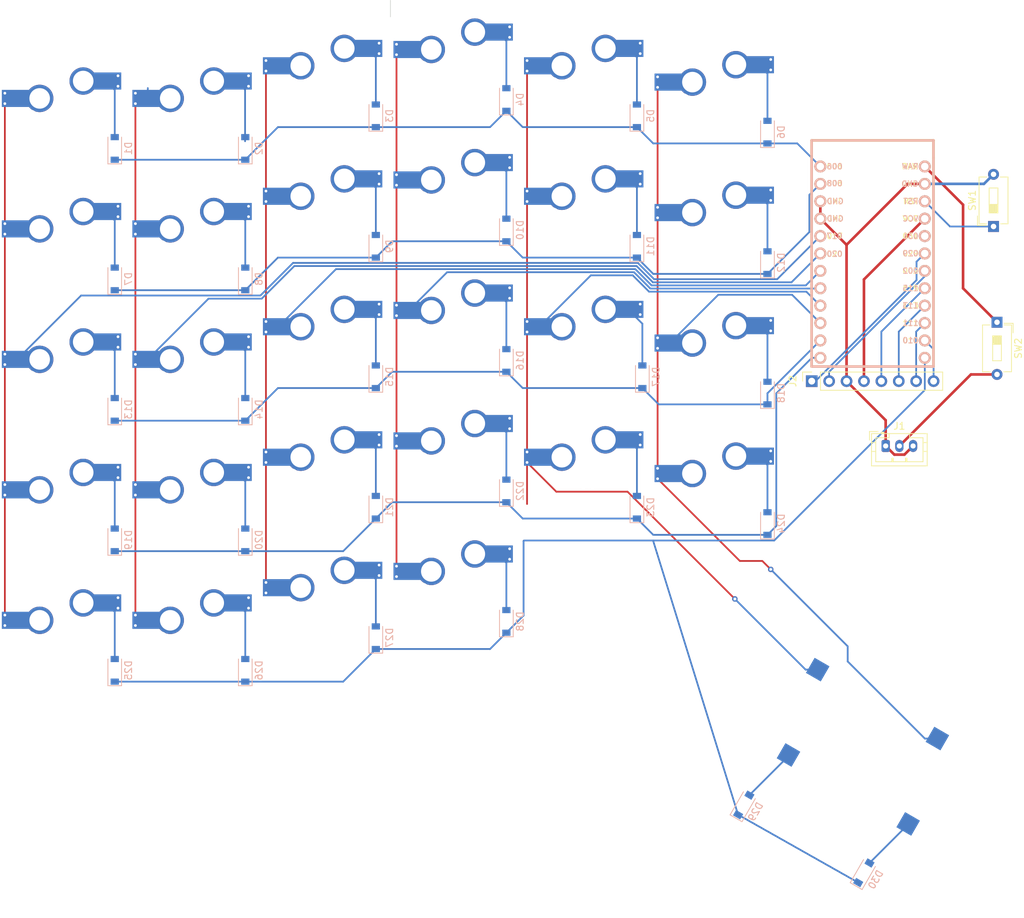
<source format=kicad_pcb>
(kicad_pcb (version 20211014) (generator pcbnew)
  (layers (0 "F.Cu" signal) (31 "B.Cu" signal) (34 "B.Paste" user) (35 "F.Paste" user) (36 "B.SilkS" user "B.Silkscreen") (37 "F.SilkS" user "F.Silkscreen") (38 "B.Mask" user) (39 "F.Mask" user) (44 "Edge.Cuts" user))
  (net 0 "")
  (net 1 "GND")
  (net 2 "+3V3")
  (net 3 "+BATT")
  (net 4 "ROW0")
  (net 5 "Net-(D1-Pad2)")
  (net 6 "Net-(D2-Pad2)")
  (net 7 "Net-(D3-Pad2)")
  (net 8 "Net-(D4-Pad2)")
  (net 9 "Net-(D5-Pad2)")
  (net 10 "Net-(D6-Pad2)")
  (net 11 "ROW1")
  (net 12 "CS")
  (net 13 "DC")
  (net 14 "CLK")
  (net 15 "DIN")
  (net 16 "RST")
  (net 17 "BUSY")
  (net 18 "Net-(J1-Pad2)")
  (net 20 "Net-(D7-Pad2)")
  (net 21 "Net-(D8-Pad2)")
  (net 22 "Net-(D9-Pad2)")
  (net 23 "RESET")
  (net 24 "Net-(D10-Pad2)")
  (net 25 "Net-(D11-Pad2)")
  (net 26 "Net-(D12-Pad2)")
  (net 27 "ROW2")
  (net 28 "Net-(D13-Pad2)")
  (net 29 "Net-(D14-Pad2)")
  (net 30 "Net-(D15-Pad2)")
  (net 31 "Net-(D16-Pad2)")
  (net 32 "Net-(D17-Pad2)")
  (net 33 "Net-(D18-Pad2)")
  (net 34 "ROW3")
  (net 35 "Net-(D19-Pad2)")
  (net 36 "Net-(D20-Pad2)")
  (net 37 "Net-(D21-Pad2)")
  (net 38 "Net-(D22-Pad2)")
  (net 39 "Net-(D23-Pad2)")
  (net 40 "Net-(D24-Pad2)")
  (net 41 "ROW4")
  (net 42 "Net-(D25-Pad2)")
  (net 43 "Net-(D26-Pad2)")
  (net 44 "Net-(D27-Pad2)")
  (net 45 "Net-(D28-Pad2)")
  (net 46 "Net-(D29-Pad2)")
  (net 47 "Net-(D30-Pad2)")
  (net 48 "COL0")
  (net 49 "COL1")
  (net 50 "COL2")
  (net 51 "COL3")
  (net 52 "COL4")
  (net 53 "COL5")
  (footprint "MX_Only:MXOnly-1U-Hotswap-Antishear" (layer "F.Cu") (at 82.55 100.0125)
    (fp_text reference "MX28")
    (fp_text value "MX-NoLED")
  )
  (footprint "MX_Only:MXOnly-1U-Hotswap-Antishear" (layer "F.Cu") (at 101.6 83.34375)
    (fp_text reference "MX23")
    (fp_text value "V")
  )
  (footprint "nice-nano-kicad:nice_nano" (layer "F.Cu") (at 143.129 52.324 -90)
    (fp_text reference "U1" hide)
    (fp_text value "nice_nano" hide)
  )
  (footprint "MX_Only:MXOnly-1U-Hotswap-Antishear" (layer "F.Cu") (at 44.45 107.15625)
    (fp_text reference "MX26")
    (fp_text value "OPTION")
  )
  (footprint "MX_Only:MXOnly-1U-Hotswap-Antishear" (layer "F.Cu") (at 25.4 30.95625)
    (fp_text reference "MX1")
    (fp_text value "GRV")
  )
  (footprint "MX_Only:MXOnly-2U-Hotswap" (layer "F.Cu") (at 146.84375 126.746 -120)
    (fp_text reference "MX30")
    (fp_text value "LAYER1")
  )
  (footprint "MX_Only:MXOnly-1U-Hotswap-Antishear" (layer "F.Cu") (at 82.55 61.9125)
    (fp_text reference "MX16")
    (fp_text value "D")
  )
  (footprint "MX_Only:MXOnly-1U-Hotswap-Antishear" (layer "F.Cu") (at 82.55 80.9625)
    (fp_text reference "MX22")
    (fp_text value "C")
  )
  (footprint "MX_Only:MXOnly-1U-Hotswap-Antishear" (layer "F.Cu") (at 25.4 107.15625)
    (fp_text reference "MX25")
    (fp_text value "CTRL")
  )
  (footprint "MX_Only:MXOnly-1U-Hotswap-Antishear" (layer "F.Cu") (at 63.5 26.19375)
    (fp_text reference "MX3")
    (fp_text value "#2")
  )
  (footprint "MX_Only:MXOnly-1U-Hotswap-Antishear" (layer "F.Cu") (at 44.45 30.95625)
    (fp_text reference "MX2")
    (fp_text value "#1")
  )
  (footprint "MX_Only:MXOnly-1U-Hotswap-Antishear" (layer "F.Cu") (at 101.6 45.24375)
    (fp_text reference "MX11")
    (fp_text value "R")
  )
  (footprint "MX_Only:MXOnly-1U-Hotswap-Antishear" (layer "F.Cu") (at 101.6 26.19375)
    (fp_text reference "MX5")
    (fp_text value "#4")
  )
  (footprint "MX_Only:MXOnly-1U-Hotswap-Antishear" (layer "F.Cu") (at 63.5 83.34375)
    (fp_text reference "MX21")
    (fp_text value "X")
  )
  (footprint "MX_Only:MXOnly-1U-Hotswap-Antishear" (layer "F.Cu") (at 25.4 50.00625)
    (fp_text reference "MX7")
    (fp_text value "TAB")
  )
  (footprint "MX_Only:MXOnly-1U-Hotswap-Antishear" (layer "F.Cu") (at 44.45 88.10625)
    (fp_text reference "MX20")
    (fp_text value "Z")
  )
  (footprint "MX_Only:MXOnly-1U-Hotswap-Antishear" (layer "F.Cu") (at 82.55 23.8125)
    (fp_text reference "MX4")
    (fp_text value "#3")
  )
  (footprint "Connector_JST:JST_PH_B3B-PH-K_1x03_P2.00mm_Vertical" (layer "F.Cu") (at 145.0425 79.16125)
    (fp_text reference "J1")
    (fp_text value "Battery Connector")
  )
  (footprint "MX_Only:MXOnly-1U-Hotswap-Antishear" (layer "F.Cu") (at 25.4 88.10625)
    (fp_text reference "MX19")
    (fp_text value "SHIFT")
  )
  (footprint "MX_Only:MXOnly-1U-Hotswap-Antishear" (layer "F.Cu") (at 63.5 64.29375)
    (fp_text reference "MX15")
    (fp_text value "S")
  )
  (footprint "MX_Only:MXOnly-1U-Hotswap-Antishear" (layer "F.Cu") (at 44.45 50.00625)
    (fp_text reference "MX8")
    (fp_text value "Q")
  )
  (footprint "MX_Only:MXOnly-1U-Hotswap-Antishear" (layer "F.Cu") (at 101.6 64.29375)
    (fp_text reference "MX17")
    (fp_text value "F")
  )
  (footprint "MX_Only:MXOnly-2U-Hotswap" (layer "F.Cu") (at 129.38125 116.68125 -120)
    (fp_text reference "MX29")
    (fp_text value "SPACE")
  )
  (footprint "MX_Only:MXOnly-1U-Hotswap-Antishear" (layer "F.Cu") (at 82.55 42.8625)
    (fp_text reference "MX10")
    (fp_text value "E")
  )
  (footprint "MX_Only:MXOnly-1U-Hotswap-Antishear" (layer "F.Cu") (at 120.65 85.725)
    (fp_text reference "MX24")
    (fp_text value "B")
  )
  (footprint "Button_Switch_THT:SW_DIP_SPSTx01_Slide_6.7x4.1mm_W7.62mm_P2.54mm_LowProfile" (layer "F.Cu") (at 161.29 61.097 -90)
    (fp_text reference "SW2")
    (fp_text value "SW_SPST")
  )
  (footprint "MX_Only:MXOnly-1U-Hotswap-Antishear" (layer "F.Cu") (at 44.45 69.05625)
    (fp_text reference "MX14")
    (fp_text value "A")
  )
  (footprint "Connector_PinSocket_2.54mm:PinSocket_1x08_P2.54mm_Vertical" (layer "F.Cu") (at 134.254 69.698 90)
    (fp_text reference "J2")
    (fp_text value "E Ink Display")
  )
  (footprint "MX_Only:MXOnly-1U-Hotswap-Antishear" (layer "F.Cu") (at 63.5 45.24375)
    (fp_text reference "MX9")
    (fp_text value "W")
  )
  (footprint "Button_Switch_THT:SW_DIP_SPSTx01_Slide_6.7x4.1mm_W7.62mm_P2.54mm_LowProfile" (layer "F.Cu") (at 160.782 47.117 90)
    (fp_text reference "SW1")
    (fp_text value "SW_Push")
  )
  (footprint "MX_Only:MXOnly-1U-Hotswap-Antishear" (layer "F.Cu") (at 63.5 102.39375)
    (fp_text reference "MX27")
    (fp_text value "CMD")
  )
  (footprint "MX_Only:MXOnly-1U-Hotswap-Antishear" (layer "F.Cu") (at 120.65 47.625)
    (fp_text reference "MX12")
    (fp_text value "T")
  )
  (footprint "MX_Only:MXOnly-1U-Hotswap-Antishear" (layer "F.Cu") (at 120.65 66.675)
    (fp_text reference "MX18")
    (fp_text value "G")
  )
  (footprint "MX_Only:MXOnly-1U-Hotswap-Antishear" (layer "F.Cu") (at 120.65 28.575)
    (fp_text reference "MX6")
    (fp_text value "#5")
  )
  (footprint "MX_Only:MXOnly-1U-Hotswap-Antishear" (layer "F.Cu") (at 25.4 69.05625)
    (fp_text reference "MX13")
    (fp_text value "ESC")
  )
  (footprint "Diode_SMD:D_SOD-123" (layer "B.Cu") (at 109.5375 69.05625 90)
    (fp_text reference "D17")
    (fp_text value "D_Small")
  )
  (footprint "Diode_SMD:D_SOD-123" (layer "B.Cu") (at 51.59375 73.81875 90)
    (fp_text reference "D14")
    (fp_text value "D_Small")
  )
  (footprint "Diode_SMD:D_SOD-123" (layer "B.Cu") (at 70.64375 50.00625 90)
    (fp_text reference "D9")
    (fp_text value "D_Small")
  )
  (footprint "Diode_SMD:D_SOD-123" (layer "B.Cu") (at 70.64375 88.10625 90)
    (fp_text reference "D21")
    (fp_text value "D_Small")
  )
  (footprint "Diode_SMD:D_SOD-123" (layer "B.Cu") (at 127.79375 33.3375 90)
    (fp_text reference "D6")
    (fp_text value "D_Small")
  )
  (footprint "Diode_SMD:D_SOD-123" (layer "B.Cu") (at 51.59375 111.91875 90)
    (fp_text reference "D26")
    (fp_text value "D_Small")
  )
  (footprint "Diode_SMD:D_SOD-123" (layer "B.Cu") (at 124.333 131.572 60)
    (fp_text reference "D29")
    (fp_text value "D_Small")
  )
  (footprint "Diode_SMD:D_SOD-123" (layer "B.Cu") (at 32.54375 54.76875 90)
    (fp_text reference "D7")
    (fp_text value "D_Small")
  )
  (footprint "Diode_SMD:D_SOD-123" (layer "B.Cu") (at 108.74375 88.10625 90)
    (fp_text reference "D23")
    (fp_text value "D_Small")
  )
  (footprint "Diode_SMD:D_SOD-123" (layer "B.Cu") (at 127.79375 52.3875 90)
    (fp_text reference "D12")
    (fp_text value "D_Small")
  )
  (footprint "Diode_SMD:D_SOD-123" (layer "B.Cu") (at 70.64375 30.95625 90)
    (fp_text reference "D3")
    (fp_text value "D_Small")
  )
  (footprint "Diode_SMD:D_SOD-123" (layer "B.Cu") (at 89.69375 104.775 90)
    (fp_text reference "D28")
    (fp_text value "D_Small")
  )
  (footprint "Diode_SMD:D_SOD-123" (layer "B.Cu") (at 89.69375 85.725 90)
    (fp_text reference "D22")
    (fp_text value "D_Small")
  )
  (footprint "Diode_SMD:D_SOD-123" (layer "B.Cu") (at 70.64375 69.05625 90)
    (fp_text reference "D15")
    (fp_text value "D_Small")
  )
  (footprint "Diode_SMD:D_SOD-123" (layer "B.Cu") (at 108.74375 50.00625 90)
    (fp_text reference "D11")
    (fp_text value "D_Small")
  )
  (footprint "Diode_SMD:D_SOD-123" (layer "B.Cu") (at 127.79375 90.4875 90)
    (fp_text reference "D24")
    (fp_text value "D_Small")
  )
  (footprint "Diode_SMD:D_SOD-123" (layer "B.Cu") (at 70.64375 107.15625 90)
    (fp_text reference "D27")
    (fp_text value "D_Small")
  )
  (footprint "Diode_SMD:D_SOD-123" (layer "B.Cu") (at 141.859 141.478 60)
    (fp_text reference "D30")
    (fp_text value "D_Small")
  )
  (footprint "Diode_SMD:D_SOD-123" (layer "B.Cu") (at 51.59375 92.86875 90)
    (fp_text reference "D20")
    (fp_text value "D_Small")
  )
  (footprint "Diode_SMD:D_SOD-123" (layer "B.Cu") (at 32.54375 92.86875 90)
    (fp_text reference "D19")
    (fp_text value "D_Small")
  )
  (footprint "Diode_SMD:D_SOD-123" (layer "B.Cu") (at 32.54375 35.71875 90)
    (fp_text reference "D1")
    (fp_text value "D_Small")
  )
  (footprint "Diode_SMD:D_SOD-123" (layer "B.Cu") (at 32.54375 111.91875 90)
    (fp_text reference "D25")
    (fp_text value "D_Small")
  )
  (footprint "Diode_SMD:D_SOD-123" (layer "B.Cu") (at 89.69375 28.575 90)
    (fp_text reference "D4")
    (fp_text value "D_Small")
  )
  (footprint "Diode_SMD:D_SOD-123" (layer "B.Cu") (at 51.59375 35.71875 90)
    (fp_text reference "D2")
    (fp_text value "D_Small")
  )
  (footprint "Diode_SMD:D_SOD-123" (layer "B.Cu") (at 51.59375 54.76875 90)
    (fp_text reference "D8")
    (fp_text value "D_Small")
  )
  (footprint "Diode_SMD:D_SOD-123" (layer "B.Cu") (at 108.74375 30.95625 90)
    (fp_text reference "D5")
    (fp_text value "D_Small")
  )
  (footprint "Diode_SMD:D_SOD-123" (layer "B.Cu") (at 89.69375 47.625 90)
    (fp_text reference "D10")
    (fp_text value "D_Small")
  )
  (footprint "Diode_SMD:D_SOD-123" (layer "B.Cu") (at 127.79375 71.4375 90)
    (fp_text reference "D18")
    (fp_text value "D_Small")
  )
  (footprint "Diode_SMD:D_SOD-123" (layer "B.Cu") (at 32.54375 73.81875 90)
    (fp_text reference "D13")
    (fp_text value "D_Small")
  )
  (footprint "Diode_SMD:D_SOD-123" (layer "B.Cu") (at 89.69375 66.675 90)
    (fp_text reference "D16")
    (fp_text value "D_Small")
  )
  (gr_line locked (start 72.771 14.097) (end 72.771 16.51) (layer "Edge.Cuts") (width 0.1))
  (segment (start 146.30752 80.42627) (end 147.77748 80.42627) (width 0.381) (layer "F.Cu") (net 1))
  (segment (start 145.0425 79.16125) (end 146.30752 80.42627) (width 0.381) (layer "F.Cu") (net 1))
  (segment (start 139.334 49.799) (end 139.334 49.7944) (width 0.381) (layer "F.Cu") (net 1))
  (segment (start 135.509 45.974) (end 135.509 43.434) (width 0.381) (layer "F.Cu") (net 1))
  (segment (start 139.334 49.7944) (end 148.2344 40.894) (width 0.381) (layer "F.Cu") (net 1))
  (segment (start 145.0425 79.16125) (end 145.0425 75.4065) (width 0.381) (layer "F.Cu") (net 1))
  (segment (start 145.0425 75.4065) (end 139.334 69.698) (width 0.381) (layer "F.Cu") (net 1))
  (segment (start 148.2344 40.894) (end 150.749 40.894) (width 0.381) (layer "F.Cu") (net 1))
  (segment (start 147.77748 80.42627) (end 149.0425 79.16125) (width 0.381) (layer "F.Cu") (net 1))
  (segment (start 139.334 69.698) (end 139.334 49.799) (width 0.381) (layer "F.Cu") (net 1))
  (segment (start 139.334 49.799) (end 135.509 45.974) (width 0.381) (layer "F.Cu") (net 1))
  (segment (start 159.385 40.894) (end 160.782 39.497) (width 0.381) (layer "B.Cu") (net 1))
  (segment (start 150.749 40.894) (end 159.385 40.894) (width 0.381) (layer "B.Cu") (net 1))
  (segment (start 141.874 54.849) (end 150.749 45.974) (width 0.381) (layer "F.Cu") (net 2))
  (segment (start 141.874 69.698) (end 141.874 54.849) (width 0.381) (layer "F.Cu") (net 2))
  (segment (start 156.337 43.942) (end 150.749 38.354) (width 0.381) (layer "F.Cu") (net 3))
  (segment (start 156.337 56.144) (end 156.337 43.942) (width 0.381) (layer "F.Cu") (net 3))
  (segment (start 161.29 61.097) (end 156.337 56.144) (width 0.381) (layer "F.Cu") (net 3))
  (segment (start 87.3125 32.60625) (end 89.69375 30.225) (width 0.254) (layer "B.Cu") (net 4))
  (segment (start 108.74375 32.60625) (end 92.075 32.60625) (width 0.254) (layer "B.Cu") (net 4))
  (segment (start 111.125 34.9875) (end 108.74375 32.60625) (width 0.254) (layer "B.Cu") (net 4))
  (segment (start 70.64375 32.60625) (end 87.3125 32.60625) (width 0.254) (layer "B.Cu") (net 4))
  (segment (start 127.79375 34.9875) (end 132.1425 34.9875) (width 0.254) (layer "B.Cu") (net 4))
  (segment (start 92.075 32.60625) (end 89.69375 30.225) (width 0.254) (layer "B.Cu") (net 4))
  (segment (start 132.1425 34.9875) (end 135.509 38.354) (width 0.254) (layer "B.Cu") (net 4))
  (segment (start 51.59375 37.36875) (end 32.54375 37.36875) (width 0.254) (layer "B.Cu") (net 4))
  (segment (start 56.35625 32.60625) (end 51.59375 37.36875) (width 0.254) (layer "B.Cu") (net 4))
  (segment (start 70.64375 32.60625) (end 56.35625 32.60625) (width 0.254) (layer "B.Cu") (net 4))
  (segment (start 127.79375 34.9875) (end 111.125 34.9875) (width 0.254) (layer "B.Cu") (net 4))
  (segment (start 32.54375 27.178) (end 32.54375 34.06875) (width 0.254) (layer "B.Cu") (net 5))
  (segment (start 31.242 25.87625) (end 32.54375 27.178) (width 0.254) (layer "B.Cu") (net 5))
  (segment (start 50.292 25.87625) (end 51.562 27.14625) (width 0.254) (layer "B.Cu") (net 6))
  (segment (start 51.562 27.14625) (end 51.562 34.671) (width 0.254) (layer "B.Cu") (net 6))
  (segment (start 69.342 21.11375) (end 70.64375 22.4155) (width 0.254) (layer "B.Cu") (net 7))
  (segment (start 70.64375 22.4155) (end 70.64375 29.30625) (width 0.254) (layer "B.Cu") (net 7))
  (segment (start 88.392 18.7325) (end 89.69375 20.03425) (width 0.254) (layer "B.Cu") (net 8))
  (segment (start 89.69375 20.03425) (end 89.69375 26.925) (width 0.254) (layer "B.Cu") (net 8))
  (segment (start 108.74375 22.4155) (end 108.74375 29.30625) (width 0.254) (layer "B.Cu") (net 9))
  (segment (start 107.442 21.11375) (end 108.74375 22.4155) (width 0.254) (layer "B.Cu") (net 9))
  (segment (start 127.79375 24.79675) (end 127.79375 31.6875) (width 0.254) (layer "B.Cu") (net 10))
  (segment (start 126.492 23.495) (end 127.79375 24.79675) (width 0.254) (layer "B.Cu") (net 10))
  (segment (start 56.35625 51.65625) (end 51.59375 56.41875) (width 0.254) (layer "B.Cu") (net 11))
  (segment (start 127.79375 54.0375) (end 133.9088 47.92245) (width 0.254) (layer "B.Cu") (net 11))
  (segment (start 133.9088 42.4942) (end 135.509 40.894) (width 0.254) (layer "B.Cu") (net 11))
  (segment (start 111.125 54.0375) (end 108.74375 51.65625) (width 0.254) (layer "B.Cu") (net 11))
  (segment (start 127.79375 54.0375) (end 111.125 54.0375) (width 0.254) (layer "B.Cu") (net 11))
  (segment (start 73.025 49.275) (end 70.64375 51.65625) (width 0.254) (layer "B.Cu") (net 11))
  (segment (start 133.9088 47.92245) (end 133.9088 42.4942) (width 0.254) (layer "B.Cu") (net 11))
  (segment (start 70.64375 51.65625) (end 56.35625 51.65625) (width 0.254) (layer "B.Cu") (net 11))
  (segment (start 92.075 51.65625) (end 89.69375 49.275) (width 0.254) (layer "B.Cu") (net 11))
  (segment (start 89.69375 49.275) (end 73.025 49.275) (width 0.254) (layer "B.Cu") (net 11))
  (segment (start 32.54375 56.41875) (end 51.59375 56.41875) (width 0.254) (layer "B.Cu") (net 11))
  (segment (start 108.74375 51.65625) (end 92.075 51.65625) (width 0.254) (layer "B.Cu") (net 11))
  (segment (start 134.254 69.698) (end 134.791026 69.698) (width 0.254) (layer "B.Cu") (net 12))
  (segment (start 149.546189 52.256811) (end 150.749 51.054) (width 0.254) (layer "B.Cu") (net 12))
  (segment (start 149.546189 54.942837) (end 149.546189 52.256811) (width 0.254) (layer "B.Cu") (net 12))
  (segment (start 134.791026 69.698) (end 149.546189 54.942837) (width 0.254) (layer "B.Cu") (net 12))
  (segment (start 134.254 69.698) (end 134.645 69.698) (width 0.254) (layer "B.Cu") (net 12))
  (segment (start 136.794 69.698) (end 136.794 68.3364) (width 0.254) (layer "B.Cu") (net 13))
  (segment (start 150.749 54.3814) (end 150.749 53.594) (width 0.254) (layer "B.Cu") (net 13))
  (segment (start 136.794 68.3364) (end 150.749 54.3814) (width 0.254) (layer "B.Cu") (net 13))
  (segment (start 144.414 69.698) (end 144.414 62.469) (width 0.254) (layer "B.Cu") (net 14))
  (segment (start 144.414 62.469) (end 150.749 56.134) (width 0.254) (layer "B.Cu") (net 14))
  (segment (start 146.954 69.698) (end 146.954 62.469) (width 0.254) (layer "B.Cu") (net 15))
  (segment (start 146.954 62.469) (end 150.749 58.674) (width 0.254) (layer "B.Cu") (net 15))
  (segment (start 149.494 62.469) (end 150.749 61.214) (width 0.254) (layer "B.Cu") (net 16))
  (segment (start 149.494 69.698) (end 149.494 62.469) (width 0.254) (layer "B.Cu") (net 16))
  (segment (start 152.034 65.039) (end 150.749 63.754) (width 0.254) (layer "B.Cu") (net 17))
  (segment (start 152.034 69.698) (end 152.034 65.039) (width 0.254) (layer "B.Cu") (net 17))
  (segment (start 157.48675 68.717) (end 161.29 68.717) (width 0.381) (layer "F.Cu") (net 18))
  (segment (start 147.0425 79.16125) (end 157.48675 68.717) (width 0.381) (layer "F.Cu") (net 18))
  (segment (start 31.242 44.92625) (end 32.54375 46.228) (width 0.254) (layer "B.Cu") (net 20))
  (segment (start 32.54375 46.228) (end 32.54375 53.11875) (width 0.254) (layer "B.Cu") (net 20))
  (segment (start 50.292 44.92625) (end 51.59375 46.228) (width 0.254) (layer "B.Cu") (net 21))
  (segment (start 51.59375 46.228) (end 51.59375 53.11875) (width 0.254) (layer "B.Cu") (net 21))
  (segment (start 70.64375 41.4655) (end 70.64375 48.35625) (width 0.254) (layer "B.Cu") (net 22))
  (segment (start 69.342 40.16375) (end 70.64375 41.4655) (width 0.254) (layer "B.Cu") (net 22))
  (segment (start 160.782 47.117) (end 154.432 47.117) (width 0.254) (layer "B.Cu") (net 23))
  (segment (start 154.432 47.117) (end 150.749 43.434) (width 0.254) (layer "B.Cu") (net 23))
  (segment (start 89.69375 39.08425) (end 89.69375 45.975) (width 0.254) (layer "B.Cu") (net 24))
  (segment (start 88.392 37.7825) (end 89.69375 39.08425) (width 0.254) (layer "B.Cu") (net 24))
  (segment (start 107.442 40.16375) (end 108.74375 41.4655) (width 0.254) (layer "B.Cu") (net 25))
  (segment (start 108.74375 41.4655) (end 108.74375 48.35625) (width 0.254) (layer "B.Cu") (net 25))
  (segment (start 126.492 42.545) (end 127.79375 43.84675) (width 0.254) (layer "B.Cu") (net 26))
  (segment (start 127.79375 43.84675) (end 127.79375 50.7375) (width 0.254) (layer "B.Cu") (net 26))
  (segment (start 89.69375 68.325) (end 73.025 68.325) (width 0.254) (layer "B.Cu") (net 27))
  (segment (start 109.5375 70.70625) (end 92.075 70.70625) (width 0.254) (layer "B.Cu") (net 27))
  (segment (start 92.075 70.70625) (end 89.69375 68.325) (width 0.254) (layer "B.Cu") (net 27))
  (segment (start 127.79375 71.46925) (end 135.509 63.754) (width 0.254) (layer "B.Cu") (net 27))
  (segment (start 127.79375 73.0875) (end 111.91875 73.0875) (width 0.254) (layer "B.Cu") (net 27))
  (segment (start 56.35625 70.70625) (end 51.59375 75.46875) (width 0.254) (layer "B.Cu") (net 27))
  (segment (start 70.64375 70.70625) (end 56.35625 70.70625) (width 0.254) (layer "B.Cu") (net 27))
  (segment (start 111.91875 73.0875) (end 109.5375 70.70625) (width 0.254) (layer "B.Cu") (net 27))
  (segment (start 73.025 68.325) (end 70.64375 70.70625) (width 0.254) (layer "B.Cu") (net 27))
  (segment (start 127.79375 73.0875) (end 127.79375 71.46925) (width 0.254) (layer "B.Cu") (net 27))
  (segment (start 32.54375 75.46875) (end 51.59375 75.46875) (width 0.254) (layer "B.Cu") (net 27))
  (segment (start 32.54375 65.278) (end 32.54375 72.16875) (width 0.254) (layer "B.Cu") (net 28))
  (segment (start 31.242 63.97625) (end 32.54375 65.278) (width 0.254) (layer "B.Cu") (net 28))
  (segment (start 50.292 63.97625) (end 51.59375 65.278) (width 0.254) (layer "B.Cu") (net 29))
  (segment (start 51.59375 65.278) (end 51.59375 72.16875) (width 0.254) (layer "B.Cu") (net 29))
  (segment (start 69.342 59.21375) (end 70.64375 60.5155) (width 0.254) (layer "B.Cu") (net 30))
  (segment (start 70.64375 60.5155) (end 70.64375 67.40625) (width 0.254) (layer "B.Cu") (net 30))
  (segment (start 88.392 56.8325) (end 89.69375 58.13425) (width 0.254) (layer "B.Cu") (net 31))
  (segment (start 89.69375 58.13425) (end 89.69375 65.025) (width 0.254) (layer "B.Cu") (net 31))
  (segment (start 107.442 59.21375) (end 109.5375 61.30925) (width 0.254) (layer "B.Cu") (net 32))
  (segment (start 109.5375 61.30925) (end 109.5375 67.40625) (width 0.254) (layer "B.Cu") (net 32))
  (segment (start 127.79375 62.89675) (end 127.79375 69.7875) (width 0.254) (layer "B.Cu") (net 33))
  (segment (start 126.492 61.595) (end 127.79375 62.89675) (width 0.254) (layer "B.Cu") (net 33))
  (segment (start 129.0828 90.84845) (end 127.79375 92.1375) (width 0.254) (layer "B.Cu") (net 34))
  (segment (start 65.88125 94.51875) (end 70.64375 89.75625) (width 0.254) (layer "B.Cu") (net 34))
  (segment (start 135.509 66.294) (end 134.269725 66.294) (width 0.254) (layer "B.Cu") (net 34))
  (segment (start 127.79375 92.1375) (end 111.125 92.1375) (width 0.254) (layer "B.Cu") (net 34))
  (segment (start 111.125 92.1375) (end 108.74375 89.75625) (width 0.254) (layer "B.Cu") (net 34))
  (segment (start 73.025 87.375) (end 70.64375 89.75625) (width 0.254) (layer "B.Cu") (net 34))
  (segment (start 89.69375 87.375) (end 73.025 87.375) (width 0.254) (layer "B.Cu") (net 34))
  (segment (start 92.075 89.75625) (end 89.69375 87.375) (width 0.254) (layer "B.Cu") (net 34))
  (segment (start 108.74375 89.75625) (end 92.075 89.75625) (width 0.254) (layer "B.Cu") (net 34))
  (segment (start 51.59375 94.51875) (end 65.88125 94.51875) (width 0.254) (layer "B.Cu") (net 34))
  (segment (start 32.54375 94.51875) (end 51.59375 94.51875) (width 0.254) (layer "B.Cu") (net 34))
  (segment (start 134.269725 66.294) (end 129.0828 71.480925) (width 0.254) (layer "B.Cu") (net 34))
  (segment (start 129.0828 71.480925) (end 129.0828 90.84845) (width 0.254) (layer "B.Cu") (net 34))
  (segment (start 31.242 83.02625) (end 32.54375 84.328) (width 0.254) (layer "B.Cu") (net 35))
  (segment (start 32.54375 84.328) (end 32.54375 91.21875) (width 0.254) (layer "B.Cu") (net 35))
  (segment (start 51.59375 84.328) (end 51.59375 91.21875) (width 0.254) (layer "B.Cu") (net 36))
  (segment (start 50.292 83.02625) (end 51.59375 84.328) (width 0.254) (layer "B.Cu") (net 36))
  (segment (start 69.342 78.26375) (end 70.64375 79.5655) (width 0.254) (layer "B.Cu") (net 37))
  (segment (start 70.64375 79.5655) (end 70.64375 86.45625) (width 0.254) (layer "B.Cu") (net 37))
  (segment (start 88.392 75.8825) (end 89.69375 77.18425) (width 0.254) (layer "B.Cu") (net 38))
  (segment (start 89.69375 77.18425) (end 89.69375 84.075) (width 0.254) (layer "B.Cu") (net 38))
  (segment (start 108.74375 79.5655) (end 108.74375 86.45625) (width 0.254) (layer "B.Cu") (net 39))
  (segment (start 107.442 78.26375) (end 108.74375 79.5655) (width 0.254) (layer "B.Cu") (net 39))
  (segment (start 126.492 80.645) (end 127.79375 81.94675) (width 0.254) (layer "B.Cu") (net 40))
  (segment (start 127.79375 81.94675) (end 127.79375 88.8375) (width 0.254) (layer "B.Cu") (net 40))
  (segment (start 70.64375 108.80625) (end 87.3125 108.80625) (width 0.254) (layer "B.Cu") (net 41))
  (segment (start 123.508 133.000942) (end 141.034 142.906942) (width 0.254) (layer "B.Cu") (net 41))
  (segment (start 111.0996 92.964) (end 128.778 92.964) (width 0.254) (layer "B.Cu") (net 41))
  (segment (start 65.88125 113.56875) (end 70.64375 108.80625) (width 0.254) (layer "B.Cu") (net 41))
  (segment (start 32.54375 113.56875) (end 51.59375 113.56875) (width 0.254) (layer "B.Cu") (net 41))
  (segment (start 111.0996 92.964) (end 111.669881 94.804069) (width 0.254) (layer "B.Cu") (net 41))
  (segment (start 92.276367 92.964) (end 111.0996 92.964) (width 0.254) (layer "B.Cu") (net 41))
  (segment (start 150.749 70.993) (end 150.749 66.294) (width 0.254) (layer "B.Cu") (net 41))
  (segment (start 111.669881 94.804069) (end 123.508 133.000942) (width 0.254) (layer "B.Cu") (net 41))
  (segment (start 89.69375 106.425) (end 92.20198 103.91677) (width 0.254) (layer "B.Cu") (net 41))
  (segment (start 51.59375 113.56875) (end 65.88125 113.56875) (width 0.254) (layer "B.Cu") (net 41))
  (segment (start 128.778 92.964) (end 150.749 70.993) (width 0.254) (layer "B.Cu") (net 41))
  (segment (start 87.3125 108.80625) (end 89.69375 106.425) (width 0.254) (layer "B.Cu") (net 41))
  (segment (start 92.20198 103.91677) (end 92.20198 93.038387) (width 0.254) (layer "B.Cu") (net 41))
  (segment (start 92.20198 93.038387) (end 92.276367 92.964) (width 0.254) (layer "B.Cu") (net 41))
  (segment (start 32.54375 103.378) (end 32.54375 110.26875) (width 0.254) (layer "B.Cu") (net 42))
  (segment (start 31.242 102.07625) (end 32.54375 103.378) (width 0.254) (layer "B.Cu") (net 42))
  (segment (start 51.59375 103.378) (end 51.59375 110.26875) (width 0.254) (layer "B.Cu") (net 43))
  (segment (start 50.292 102.07625) (end 51.59375 103.378) (width 0.254) (layer "B.Cu") (net 43))
  (segment (start 70.64375 98.6155) (end 70.64375 105.50625) (width 0.254) (layer "B.Cu") (net 44))
  (segment (start 69.342 97.31375) (end 70.64375 98.6155) (width 0.254) (layer "B.Cu") (net 44))
  (segment (start 89.69375 96.23425) (end 89.69375 103.125) (width 0.254) (layer "B.Cu") (net 45))
  (segment (start 88.392 94.9325) (end 89.69375 96.23425) (width 0.254) (layer "B.Cu") (net 45))
  (segment (start 125.158 130.143058) (end 130.859659 124.441399) (width 0.254) (layer "B.Cu") (net 46))
  (segment (start 130.859659 124.441399) (end 130.859659 124.28057) (width 0.254) (layer "B.Cu") (net 46))
  (segment (start 148.322159 134.410899) (end 148.322159 134.34532) (width 0.254) (layer "B.Cu") (net 47))
  (segment (start 142.684 140.049058) (end 148.322159 134.410899) (width 0.254) (layer "B.Cu") (net 47))
  (segment (start 16.51 86.32825) (end 16.51 103.85425) (width 0.254) (layer "F.Cu") (net 48))
  (segment (start 16.51 67.27825) (end 16.51 84.80425) (width 0.254) (layer "F.Cu") (net 48))
  (segment (start 16.51 48.22825) (end 16.51 65.75425) (width 0.254) (layer "F.Cu") (net 48))
  (segment (start 16.51 29.17825) (end 16.51 46.70425) (width 0.254) (layer "F.Cu") (net 48))
  (segment (start 111.260137 54.814011) (end 108.878887 52.432761) (width 0.254) (layer "B.Cu") (net 48))
  (segment (start 27.635989 57.195261) (end 18.315 66.51625) (width 0.254) (layer "B.Cu") (net 48))
  (segment (start 135.509 48.514) (end 135.509 49.161748) (width 0.254) (layer "B.Cu") (net 48))
  (segment (start 135.509 48.514) (end 129.208989 54.814011) (width 0.254) (layer "B.Cu") (net 48))
  (segment (start 108.878887 52.432761) (end 58.565239 52.432761) (width 0.254) (layer "B.Cu") (net 48))
  (segment (start 53.802739 57.195261) (end 27.635989 57.195261) (width 0.254) (layer "B.Cu") (net 48))
  (segment (start 58.565239 52.432761) (end 53.802739 57.195261) (width 0.254) (layer "B.Cu") (net 48))
  (segment (start 129.208989 54.814011) (end 111.260137 54.814011) (width 0.254) (layer "B.Cu") (net 48))
  (segment (start 35.56 103.85425) (end 35.56 86.32825) (width 0.254) (layer "F.Cu") (net 49))
  (segment (start 35.56 46.70425) (end 35.56 29.17825) (width 0.254) (layer "F.Cu") (net 49))
  (segment (start 35.56 65.75425) (end 35.56 48.22825) (width 0.254) (layer "F.Cu") (net 49))
  (segment (start 35.56 84.80425) (end 35.56 67.27825) (width 0.254) (layer "F.Cu") (net 49))
  (segment (start 53.990593 57.648781) (end 46.232469 57.648781) (width 0.254) (layer "B.Cu") (net 49))
  (segment (start 58.753093 52.886281) (end 53.990593 57.648781) (width 0.254) (layer "B.Cu") (net 49))
  (segment (start 108.691033 52.886281) (end 58.753093 52.886281) (width 0.254) (layer "B.Cu") (net 49))
  (segment (start 37.365 28.41625) (end 37.365 26.91225) (width 0.254) (layer "B.Cu") (net 49))
  (segment (start 46.232469 57.648781) (end 37.365 66.51625) (width 0.254) (layer "B.Cu") (net 49))
  (segment (start 131.295469 55.267531) (end 111.072283 55.267531) (width 0.254) (layer "B.Cu") (net 49))
  (segment (start 111.072283 55.267531) (end 108.691033 52.886281) (width 0.254) (layer "B.Cu") (net 49))
  (segment (start 135.509 51.054) (end 131.295469 55.267531) (width 0.254) (layer "B.Cu") (net 49))
  (segment (start 54.61 80.04175) (end 54.61 62.51575) (width 0.254) (layer "F.Cu") (net 50))
  (segment (start 54.61 41.94175) (end 54.61 24.41575) (width 0.254) (layer "F.Cu") (net 50))
  (segment (start 54.61 99.09175) (end 54.61 81.56575) (width 0.254) (layer "F.Cu") (net 50))
  (segment (start 54.61 60.99175) (end 54.61 43.46575) (width 0.254) (layer "F.Cu") (net 50))
  (segment (start 56.415 61.75375) (end 64.828949 53.339801) (width 0.254) (layer "B.Cu") (net 50))
  (segment (start 108.503179 53.339801) (end 110.884429 55.721051) (width 0.254) (layer "B.Cu") (net 50))
  (segment (start 64.828949 53.339801) (end 108.503179 53.339801) (width 0.254) (layer "B.Cu") (net 50))
  (segment (start 110.884429 55.721051) (end 133.381949 55.721051) (width 0.254) (layer "B.Cu") (net 50))
  (segment (start 133.381949 55.721051) (end 135.509 53.594) (width 0.254) (layer "B.Cu") (net 50))
  (segment (start 73.66 79.1845) (end 73.66 96.7105) (width 0.254) (layer "F.Cu") (net 51))
  (segment (start 73.66 22.0345) (end 73.66 39.5605) (width 0.254) (layer "F.Cu") (net 51))
  (segment (start 73.66 77.6605) (end 73.66 60.1345) (width 0.254) (layer "F.Cu") (net 51))
  (segment (start 73.66 41.0845) (end 73.66 58.6105) (width 0.254) (layer "F.Cu") (net 51))
  (segment (start 135.468429 56.174571) (end 135.509 56.134) (width 0.254) (layer "B.Cu") (net 51))
  (segment (start 110.696575 56.174571) (end 135.468429 56.174571) (width 0.254) (layer "B.Cu") (net 51))
  (segment (start 75.465 59.3725) (end 81.044179 53.793321) (width 0.254) (layer "B.Cu") (net 51))
  (segment (start 81.044179 53.793321) (end 108.315325 53.793321) (width 0.254) (layer "B.Cu") (net 51))
  (segment (start 108.315325 53.793321) (end 110.696575 56.174571) (width 0.254) (layer "B.Cu") (net 51))
  (segment (start 107.374021 85.834821) (end 123.0376 101.4984) (width 0.254) (layer "F.Cu") (net 52))
  (segment (start 92.71 80.04175) (end 92.71 62.51575) (width 0.254) (layer "F.Cu") (net 52))
  (segment (start 96.979071 85.834821) (end 107.374021 85.834821) (width 0.254) (layer "F.Cu") (net 52))
  (segment (start 92.71 41.94175) (end 92.71 24.41575) (width 0.254) (layer "F.Cu") (net 52))
  (segment (start 92.71 60.99175) (end 92.71 43.46575) (width 0.254) (layer "F.Cu") (net 52))
  (segment (start 92.71 81.56575) (end 96.979071 85.834821) (width 0.254) (layer "F.Cu") (net 52))
  (segment (start 92.71 81.56575) (end 92.71 87.63) (width 0.254) (layer "F.Cu") (net 52))
  (via (at 123.0376 101.4984) (size 0.8) (drill 0.4) (layers "F.Cu" "B.Cu") (net 52))
  (segment (start 133.35466 111.81546) (end 135.123455 111.81546) (width 0.254) (layer "B.Cu") (net 52))
  (segment (start 133.463091 56.628091) (end 135.509 58.674) (width 0.254) (layer "B.Cu") (net 52))
  (segment (start 108.127471 54.246841) (end 110.508721 56.628091) (width 0.254) (layer "B.Cu") (net 52))
  (segment (start 110.508721 56.628091) (end 133.463091 56.628091) (width 0.254) (layer "B.Cu") (net 52))
  (segment (start 102.021909 54.246841) (end 108.127471 54.246841) (width 0.254) (layer "B.Cu") (net 52))
  (segment (start 94.515 61.75375) (end 102.021909 54.246841) (width 0.254) (layer "B.Cu") (net 52))
  (segment (start 123.0376 101.4984) (end 133.35466 111.81546) (width 0.254) (layer "B.Cu") (net 52))
  (segment (start 111.76 64.897) (end 111.76 82.423) (width 0.254) (layer "F.Cu") (net 53))
  (segment (start 123.764111 95.951111) (end 127.040711 95.951111) (width 0.254) (layer "F.Cu") (net 53))
  (segment (start 127.040711 95.951111) (end 128.27 97.1804) (width 0.254) (layer "F.Cu") (net 53))
  (segment (start 111.76 45.847) (end 111.76 63.373) (width 0.254) (layer "F.Cu") (net 53))
  (segment (start 111.76 26.797) (end 111.76 44.323) (width 0.254) (layer "F.Cu") (net 53))
  (segment (start 111.76 83.947) (end 123.764111 95.951111) (width 0.254) (layer "F.Cu") (net 53))
  (via (at 128.27 97.1804) (size 0.8) (drill 0.4) (layers "F.Cu" "B.Cu") (net 53))
  (segment (start 113.565 64.135) (end 120.618389 57.081611) (width 0.254) (layer "B.Cu") (net 53))
  (segment (start 139.498916 110.622362) (end 150.756764 121.88021) (width 0.254) (layer "B.Cu") (net 53))
  (segment (start 128.27 97.1804) (end 139.498916 108.409316) (width 0.254) (layer "B.Cu") (net 53))
  (segment (start 120.618389 57.081611) (end 131.376611 57.081611) (width 0.254) (layer "B.Cu") (net 53))
  (segment (start 139.498916 108.409316) (end 139.498916 110.622362) (width 0.254) (layer "B.Cu") (net 53))
  (segment (start 131.376611 57.081611) (end 135.509 61.214) (width 0.254) (layer "B.Cu") (net 53))
  (segment (start 150.756764 121.88021) (end 152.585955 121.88021) (width 0.254) (layer "B.Cu") (net 53))
)
</source>
